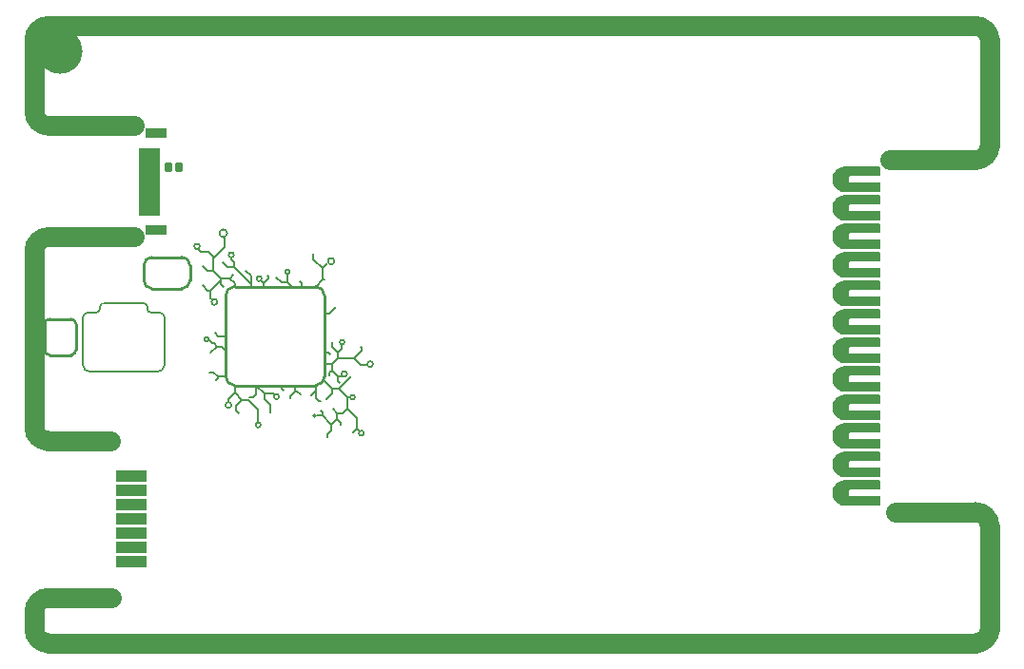
<source format=gts>
G04*
G04 #@! TF.GenerationSoftware,Altium Limited,Altium Designer,26.2.0 (7)*
G04*
G04 Layer_Color=8388736*
%FSLAX44Y44*%
%MOMM*%
G71*
G04*
G04 #@! TF.SameCoordinates,5073EF85-569D-4715-B1C4-D54BA00D27BC*
G04*
G04*
G04 #@! TF.FilePolarity,Negative*
G04*
G01*
G75*
%ADD11C,0.2540*%
%ADD21C,0.1600*%
%ADD22C,1.7600*%
%ADD23R,1.9032X0.9032*%
%ADD24R,1.9032X0.5032*%
%ADD25R,2.7032X1.0032*%
G04:AMPARAMS|DCode=26|XSize=0.7432mm|YSize=0.8032mm|CornerRadius=0.1691mm|HoleSize=0mm|Usage=FLASHONLY|Rotation=0.000|XOffset=0mm|YOffset=0mm|HoleType=Round|Shape=RoundedRectangle|*
%AMROUNDEDRECTD26*
21,1,0.7432,0.4650,0,0,0.0*
21,1,0.4050,0.8032,0,0,0.0*
1,1,0.3382,0.2025,-0.2325*
1,1,0.3382,-0.2025,-0.2325*
1,1,0.3382,-0.2025,0.2325*
1,1,0.3382,0.2025,0.2325*
%
%ADD26ROUNDEDRECTD26*%
%ADD27C,1.2032*%
%ADD28C,4.0000*%
G36*
X753025Y146343D02*
X753739Y145629D01*
X754126Y144695D01*
Y144190D01*
Y138602D01*
X728980D01*
X728336Y138539D01*
X727145Y138046D01*
X726235Y137135D01*
X725741Y135944D01*
X725678Y135300D01*
X725741Y134656D01*
X726235Y133465D01*
X727145Y132554D01*
X728336Y132061D01*
X728980Y131998D01*
X754126D01*
Y126410D01*
Y125905D01*
X753739Y124971D01*
X753025Y124257D01*
X752091Y123870D01*
X751586D01*
Y123870D01*
X722630Y123870D01*
X721504D01*
X719296Y124309D01*
X717216Y125171D01*
X715344Y126422D01*
X713752Y128014D01*
X712501Y129886D01*
X711639Y131966D01*
X711200Y134174D01*
Y135300D01*
Y136426D01*
X711639Y138634D01*
X712501Y140714D01*
X713752Y142586D01*
X715344Y144178D01*
X717216Y145429D01*
X719296Y146291D01*
X721504Y146730D01*
X752091D01*
X753025Y146343D01*
D02*
G37*
G36*
Y171743D02*
X753739Y171029D01*
X754126Y170095D01*
Y169590D01*
Y164002D01*
X728980Y164002D01*
X728336Y163939D01*
X727145Y163445D01*
X726235Y162534D01*
X725741Y161344D01*
X725678Y160700D01*
X725741Y160056D01*
X726235Y158865D01*
X727145Y157954D01*
X728336Y157461D01*
X728980Y157398D01*
Y157398D01*
X754126Y157398D01*
Y151810D01*
Y151305D01*
X753739Y150371D01*
X753025Y149657D01*
X752091Y149270D01*
X751586D01*
Y149270D01*
X722630Y149270D01*
X721504D01*
X719296Y149709D01*
X717216Y150571D01*
X715344Y151822D01*
X713752Y153414D01*
X712501Y155286D01*
X711639Y157366D01*
X711200Y159574D01*
Y160700D01*
Y161826D01*
X711639Y164034D01*
X712501Y166114D01*
X713752Y167986D01*
X715344Y169578D01*
X717216Y170829D01*
X719296Y171691D01*
X721504Y172130D01*
X752091D01*
X753025Y171743D01*
D02*
G37*
G36*
Y197143D02*
X753739Y196429D01*
X754126Y195495D01*
Y194990D01*
Y194990D01*
Y189402D01*
X728980D01*
X728336Y189338D01*
X727145Y188846D01*
X726235Y187934D01*
X725741Y186744D01*
X725678Y186100D01*
X725741Y185456D01*
X726235Y184265D01*
X727145Y183354D01*
X728336Y182861D01*
X728980Y182798D01*
X754126D01*
Y177210D01*
Y176705D01*
X753739Y175771D01*
X753025Y175057D01*
X752091Y174670D01*
X721504D01*
X719296Y175109D01*
X717216Y175971D01*
X715344Y177222D01*
X713752Y178814D01*
X712501Y180686D01*
X711639Y182766D01*
X711200Y184974D01*
Y186100D01*
Y187226D01*
X711639Y189434D01*
X712501Y191514D01*
X713752Y193386D01*
X715344Y194978D01*
X717216Y196229D01*
X719296Y197091D01*
X721504Y197530D01*
X722630D01*
X751586Y197530D01*
X752091D01*
X753025Y197143D01*
D02*
G37*
G36*
X751586Y222930D02*
X752091D01*
X753025Y222543D01*
X753739Y221829D01*
X754126Y220895D01*
Y220390D01*
Y214802D01*
X728980D01*
X728336Y214739D01*
X727145Y214245D01*
X726235Y213335D01*
X725741Y212144D01*
X725678Y211500D01*
X725741Y210856D01*
X726235Y209666D01*
X727145Y208754D01*
X728336Y208261D01*
X728980Y208198D01*
X754126Y208198D01*
X754126Y202610D01*
Y202105D01*
X753739Y201171D01*
X753025Y200457D01*
X752091Y200070D01*
X751586D01*
Y200070D01*
X721504D01*
X719296Y200509D01*
X717216Y201371D01*
X715344Y202622D01*
X713752Y204214D01*
X712501Y206086D01*
X711639Y208166D01*
X711200Y210374D01*
Y211500D01*
Y212626D01*
X711639Y214834D01*
X712501Y216914D01*
X713752Y218786D01*
X715344Y220378D01*
X717216Y221629D01*
X719296Y222491D01*
X721504Y222930D01*
X722630D01*
X751586Y222930D01*
D02*
G37*
G36*
X753025Y247943D02*
X753739Y247229D01*
X754126Y246295D01*
Y245790D01*
X754126D01*
X754126Y240202D01*
X728980D01*
X728336Y240138D01*
X727145Y239646D01*
X726235Y238734D01*
X725741Y237544D01*
X725678Y236900D01*
X725741Y236256D01*
X726235Y235065D01*
X727145Y234154D01*
X728336Y233661D01*
X728980Y233598D01*
X754126D01*
Y228010D01*
Y227505D01*
X753739Y226571D01*
X753025Y225857D01*
X752091Y225470D01*
X751586D01*
Y225470D01*
X721504D01*
X719296Y225909D01*
X717216Y226771D01*
X715344Y228022D01*
X713752Y229614D01*
X712501Y231486D01*
X711639Y233566D01*
X711200Y235774D01*
Y236900D01*
Y238026D01*
X711639Y240234D01*
X712501Y242314D01*
X713752Y244186D01*
X715344Y245778D01*
X717216Y247029D01*
X719296Y247891D01*
X721504Y248330D01*
X752091D01*
X753025Y247943D01*
D02*
G37*
G36*
Y273343D02*
X753739Y272629D01*
X754126Y271695D01*
Y271190D01*
Y265602D01*
X728980Y265602D01*
X728336Y265539D01*
X727145Y265046D01*
X726235Y264135D01*
X725741Y262944D01*
X725678Y262300D01*
X725741Y261656D01*
X726235Y260466D01*
X727145Y259555D01*
X728336Y259061D01*
X728980Y258998D01*
Y258998D01*
X754126D01*
Y253410D01*
Y252905D01*
X753739Y251971D01*
X753025Y251257D01*
X752091Y250870D01*
X721504D01*
X719296Y251309D01*
X717216Y252171D01*
X715344Y253422D01*
X713752Y255014D01*
X712501Y256886D01*
X711639Y258966D01*
X711200Y261174D01*
Y262300D01*
Y263426D01*
X711639Y265634D01*
X712501Y267714D01*
X713752Y269586D01*
X715344Y271178D01*
X717216Y272429D01*
X719296Y273291D01*
X721504Y273730D01*
X752091D01*
X753025Y273343D01*
D02*
G37*
G36*
Y298743D02*
X753739Y298029D01*
X754126Y297095D01*
Y296590D01*
Y291002D01*
X728980D01*
X728336Y290938D01*
X727145Y290445D01*
X726235Y289534D01*
X725741Y288344D01*
X725678Y287700D01*
X725741Y287056D01*
X726235Y285865D01*
X727145Y284954D01*
X728336Y284461D01*
X728980Y284398D01*
Y284398D01*
X754126Y284398D01*
Y278810D01*
Y278305D01*
X753739Y277371D01*
X753025Y276657D01*
X752091Y276270D01*
X721504D01*
X719296Y276709D01*
X717216Y277571D01*
X715344Y278822D01*
X713752Y280414D01*
X712501Y282286D01*
X711639Y284366D01*
X711200Y286574D01*
Y287700D01*
Y288826D01*
X711639Y291034D01*
X712501Y293114D01*
X713752Y294986D01*
X715344Y296578D01*
X717216Y297829D01*
X719296Y298691D01*
X721504Y299130D01*
X752091D01*
X753025Y298743D01*
D02*
G37*
G36*
X753025Y324143D02*
X753739Y323429D01*
X754126Y322495D01*
Y321990D01*
X754126D01*
Y316402D01*
X728980D01*
X728336Y316339D01*
X727145Y315846D01*
X726235Y314935D01*
X725741Y313744D01*
X725678Y313100D01*
X725741Y312456D01*
X726235Y311266D01*
X727145Y310354D01*
X728336Y309861D01*
X728980Y309798D01*
X754126D01*
Y304210D01*
Y303705D01*
X753739Y302771D01*
X753025Y302057D01*
X752091Y301670D01*
X721504D01*
X719296Y302109D01*
X717216Y302971D01*
X715344Y304222D01*
X713752Y305814D01*
X712501Y307686D01*
X711639Y309766D01*
X711200Y311974D01*
Y313100D01*
Y314226D01*
X711639Y316434D01*
X712501Y318514D01*
X713752Y320386D01*
X715344Y321978D01*
X717216Y323229D01*
X719296Y324091D01*
X721504Y324530D01*
X752091D01*
X753025Y324143D01*
D02*
G37*
G36*
X753025Y349543D02*
X753739Y348829D01*
X754126Y347895D01*
Y347390D01*
Y341802D01*
X728980D01*
X728336Y341739D01*
X727145Y341245D01*
X726235Y340335D01*
X725741Y339144D01*
X725678Y338500D01*
X725741Y337856D01*
X726235Y336665D01*
X727145Y335754D01*
X728336Y335261D01*
X728980Y335198D01*
X754126D01*
Y329610D01*
Y329105D01*
X753739Y328171D01*
X753025Y327457D01*
X752091Y327070D01*
X751586D01*
Y327070D01*
X721504D01*
X719296Y327509D01*
X717216Y328371D01*
X715344Y329622D01*
X713752Y331214D01*
X712501Y333086D01*
X711639Y335166D01*
X711200Y337374D01*
Y338500D01*
Y339626D01*
X711639Y341834D01*
X712501Y343914D01*
X713752Y345786D01*
X715344Y347378D01*
X717216Y348629D01*
X719296Y349491D01*
X721504Y349930D01*
X752091D01*
X753025Y349543D01*
D02*
G37*
G36*
Y374943D02*
X753739Y374229D01*
X754126Y373295D01*
Y372790D01*
Y367202D01*
X728980D01*
X728336Y367138D01*
X727145Y366646D01*
X726235Y365734D01*
X725741Y364544D01*
X725678Y363900D01*
X725741Y363256D01*
X726235Y362066D01*
X727145Y361154D01*
X728336Y360661D01*
X728980Y360598D01*
X754126D01*
Y355010D01*
Y354505D01*
X753739Y353571D01*
X753025Y352857D01*
X752091Y352470D01*
X751586D01*
Y352470D01*
X722630Y352470D01*
X721504D01*
X719296Y352909D01*
X717216Y353771D01*
X715344Y355022D01*
X713752Y356614D01*
X712501Y358486D01*
X711639Y360566D01*
X711200Y362774D01*
Y363900D01*
Y365026D01*
X711639Y367234D01*
X712501Y369314D01*
X713752Y371186D01*
X715344Y372778D01*
X717216Y374029D01*
X719296Y374891D01*
X721504Y375330D01*
X752091D01*
X753025Y374943D01*
D02*
G37*
G36*
Y400343D02*
X753739Y399629D01*
X754126Y398695D01*
Y398190D01*
Y392602D01*
X728980Y392602D01*
X728336Y392538D01*
X727145Y392046D01*
X726235Y391134D01*
X725741Y389944D01*
X725678Y389300D01*
X725741Y388656D01*
X726235Y387465D01*
X727145Y386554D01*
X728336Y386061D01*
X728980Y385998D01*
Y385998D01*
X754126Y385998D01*
Y380410D01*
Y379905D01*
X753739Y378971D01*
X753025Y378257D01*
X752091Y377870D01*
X751586D01*
Y377870D01*
X722630Y377870D01*
X721504D01*
X719296Y378309D01*
X717216Y379171D01*
X715344Y380422D01*
X713752Y382014D01*
X712501Y383886D01*
X711639Y385966D01*
X711200Y388174D01*
Y389300D01*
Y390426D01*
X711639Y392634D01*
X712501Y394714D01*
X713752Y396586D01*
X715344Y398178D01*
X717216Y399429D01*
X719296Y400291D01*
X721504Y400730D01*
X752091D01*
X753025Y400343D01*
D02*
G37*
G36*
Y425743D02*
X753739Y425029D01*
X754126Y424095D01*
Y423590D01*
Y423590D01*
X754126Y418002D01*
X728980Y418002D01*
X728336Y417938D01*
X727145Y417445D01*
X726235Y416535D01*
X725741Y415344D01*
X725678Y414700D01*
X725741Y414056D01*
X726235Y412865D01*
X727145Y411954D01*
X728336Y411461D01*
X728980Y411398D01*
Y411398D01*
X754126Y411398D01*
Y405810D01*
Y405305D01*
X753739Y404371D01*
X753025Y403657D01*
X752091Y403270D01*
X721504D01*
X719296Y403709D01*
X717216Y404571D01*
X715344Y405822D01*
X713752Y407414D01*
X712501Y409286D01*
X711639Y411366D01*
X711200Y413574D01*
Y414700D01*
Y415826D01*
X711639Y418034D01*
X712501Y420114D01*
X713752Y421986D01*
X715344Y423578D01*
X717216Y424829D01*
X719296Y425691D01*
X721504Y426130D01*
X722630D01*
X751586Y426130D01*
X752091D01*
X753025Y425743D01*
D02*
G37*
D11*
X259510Y311000D02*
G03*
X251510Y319000I-8000J0D01*
G01*
Y231000D02*
G03*
X259510Y239000I0J8000D01*
G01*
X179510Y319000D02*
G03*
X171510Y311000I0J-8000D01*
G01*
Y239000D02*
G03*
X179510Y231000I8000J0D01*
G01*
X38354Y285568D02*
G03*
X33854Y290068I-4500J0D01*
G01*
Y258064D02*
G03*
X38354Y262564I0J4500D01*
G01*
X14914Y290068D02*
G03*
X10414Y285568I0J-4500D01*
G01*
Y262564D02*
G03*
X14914Y258064I4500J0D01*
G01*
X139700Y338186D02*
G03*
X132700Y345186I-7000J0D01*
G01*
Y317246D02*
G03*
X139700Y324246I0J7000D01*
G01*
X105806Y345186D02*
G03*
X98806Y338186I0J-7000D01*
G01*
Y324246D02*
G03*
X105806Y317246I7000J0D01*
G01*
X179510Y231000D02*
X251510D01*
X179510Y319000D02*
X251510D01*
X259510Y239000D02*
Y311000D01*
X171510Y239000D02*
Y311000D01*
X14914Y258064D02*
X33854D01*
X14914Y290068D02*
X33854D01*
X38354Y262564D02*
Y285568D01*
X10414Y262564D02*
Y285568D01*
X105806Y317246D02*
X132700D01*
X105806Y345186D02*
X132700D01*
X139700Y324246D02*
Y338186D01*
X98806Y324246D02*
Y338186D01*
D21*
X156480Y272034D02*
G03*
X156480Y272034I-2048J0D01*
G01*
X176580Y213360D02*
G03*
X176580Y213360I-2590J0D01*
G01*
X228616Y332232D02*
G03*
X228616Y332232I-2048J0D01*
G01*
X268174Y341630D02*
G03*
X268174Y341630I-2896J0D01*
G01*
X203440Y326136D02*
G03*
X203440Y326136I-2272J0D01*
G01*
X178830Y347218D02*
G03*
X178830Y347218I-2300J0D01*
G01*
X164159Y305308D02*
G03*
X164159Y305308I-2615J0D01*
G01*
X148460Y354838D02*
G03*
X148460Y354838I-2410J0D01*
G01*
X172807Y366522D02*
G03*
X172807Y366522I-3389J0D01*
G01*
X219058Y220980D02*
G03*
X219058Y220980I-2396J0D01*
G01*
X294640Y188468D02*
G03*
X294640Y188468I-2286J0D01*
G01*
X286528Y220472D02*
G03*
X286528Y220472I-2048J0D01*
G01*
X302514Y249936D02*
G03*
X302514Y249936I-2540J0D01*
G01*
X277066Y269494D02*
G03*
X277066Y269494I-1984J0D01*
G01*
X279510Y241300D02*
G03*
X279510Y241300I-2396J0D01*
G01*
X252222Y203962D02*
G03*
X252222Y203962I-1270J0D01*
G01*
X202748Y195834D02*
G03*
X202748Y195834I-2342J0D01*
G01*
X49018Y295910D02*
G03*
X44446Y291338I0J-4572D01*
G01*
X101854Y300736D02*
G03*
X98044Y304546I-3810J0D01*
G01*
X44446Y249428D02*
G03*
X50796Y243078I6350J0D01*
G01*
X110744D02*
G03*
X117094Y249428I0J6350D01*
G01*
Y291338D02*
G03*
X112522Y295910I-4572J0D01*
G01*
X63496Y304546D02*
G03*
X59686Y300736I0J-3810D01*
G01*
X101854Y299212D02*
G03*
X105156Y295910I3302J0D01*
G01*
X56384D02*
G03*
X59686Y299212I0J3302D01*
G01*
X202946Y324612D02*
X204597Y322961D01*
X261426Y338896D02*
X262382Y339852D01*
X273812Y195580D02*
Y197612D01*
X270510Y200914D02*
X273812Y197612D01*
X265684Y196088D02*
X270510Y200914D01*
Y206248D01*
X266700Y210058D02*
X270510Y206248D01*
X275844D01*
X279908Y210312D01*
X262128Y184658D02*
Y187452D01*
X265684Y191008D01*
Y196088D01*
X255778Y208788D02*
X257810Y206756D01*
Y203962D02*
Y206756D01*
X67306Y304546D02*
X94234D01*
X105156Y295910D02*
X112522D01*
X63496Y304546D02*
X67306D01*
X101854Y299212D02*
Y300736D01*
X59686Y299212D02*
Y300736D01*
X94234Y304546D02*
X98044D01*
X49018Y295910D02*
X56384D01*
X44446Y249428D02*
Y291338D01*
X50796Y243078D02*
X110744D01*
X117094Y249428D02*
Y291338D01*
X149352Y349758D02*
X156210D01*
X170434Y353822D02*
Y361950D01*
X160528Y333248D02*
Y343916D01*
X200406Y198374D02*
Y209296D01*
X160528Y333248D02*
X167386Y326390D01*
X156718Y242824D02*
X160782D01*
X209296Y326136D02*
Y328168D01*
X172720Y336804D02*
X178816D01*
X174752Y326390D02*
X175514D01*
X168148Y265684D02*
X170688Y263144D01*
X228600Y219456D02*
Y220980D01*
X164606Y239000D02*
X171510D01*
X179510Y224350D02*
X186182Y217678D01*
X221488Y227838D02*
Y230124D01*
X271018Y235204D02*
X273304Y232918D01*
X262890Y260096D02*
X264668Y258318D01*
X279908Y220472D02*
X282194D01*
X266192Y224028D02*
Y227838D01*
X160528Y343916D02*
X170434Y353822D01*
X176530Y343154D02*
X178816Y340868D01*
X161798Y278130D02*
X164928Y275000D01*
X216662Y327152D02*
X221234Y322580D01*
X170688Y263144D02*
X171450D01*
X181102Y212598D02*
X186182Y217678D01*
X285242Y189484D02*
X288290Y192532D01*
X204978Y321818D02*
Y322326D01*
X228600Y220980D02*
X233172Y225552D01*
X257810Y203962D02*
X265684Y196088D01*
X179510Y319000D02*
Y321632D01*
X279908Y210312D02*
X288290Y201930D01*
X271018Y235204D02*
Y239268D01*
X263652Y242062D02*
X265938Y244348D01*
X292608Y261874D02*
Y264414D01*
X147320Y351790D02*
Y352806D01*
X158242Y308610D02*
Y315214D01*
X155702D02*
X158242D01*
X164928Y275000D02*
X171510D01*
X204978Y321818D02*
X209296Y326136D01*
X204597Y322961D02*
X204978Y322580D01*
X178816Y336804D02*
X194310Y321310D01*
X257810Y335280D02*
X262382Y339852D01*
X239014Y319024D02*
Y321818D01*
X257810Y325300D02*
X259768D01*
X261112Y218948D02*
X266192Y224028D01*
X251510Y319000D02*
X257810Y325300D01*
X279908Y210312D02*
Y220472D01*
X271018Y239268D02*
X275082D01*
X266192Y227838D02*
X272542D01*
X263906Y294640D02*
X269748Y300482D01*
X271272Y260096D02*
X275082Y263906D01*
X291338Y265684D02*
X292608Y264414D01*
X156210Y349758D02*
X160528Y345440D01*
X159258Y268478D02*
X161290D01*
X154940Y333248D02*
X160528D01*
X208280Y329184D02*
X209296Y328168D01*
X181102Y208280D02*
Y212598D01*
X211074Y207264D02*
Y213614D01*
X178816Y336804D02*
Y340868D01*
X175514Y326390D02*
X178562Y329438D01*
X160782Y242824D02*
X164606Y239000D01*
X205994Y218694D02*
X211074Y213614D01*
X254762Y216662D02*
X256032D01*
X252966Y203962D02*
X257810D01*
X204978Y322326D02*
Y322580D01*
X205994Y223774D02*
X213868D01*
X233172Y225552D02*
X235204D01*
X257810Y325300D02*
Y335280D01*
X198768Y231000D02*
X205994Y223774D01*
X247396Y222504D02*
X251510Y226618D01*
X258572Y235458D02*
X266192Y227838D01*
X263652Y239522D02*
Y242062D01*
X272542Y227838D02*
X283464Y238760D01*
X266446Y264922D02*
Y269240D01*
X259588Y249682D02*
X265938D01*
X271272Y255016D02*
Y260096D01*
X285750Y255016D02*
X292608Y261874D01*
X285750Y255016D02*
X291592Y249174D01*
X275082Y263906D02*
Y267462D01*
X271272Y255016D02*
X285750D01*
X158242Y308610D02*
X159639Y307213D01*
X167386Y321310D02*
X169672Y319024D01*
X163068Y235458D02*
X164606Y236996D01*
X288290Y192532D02*
X290322Y190500D01*
X174752Y326390D02*
X179510Y321632D01*
X173990Y218830D02*
X179510Y224350D01*
X194310Y319024D02*
Y321310D01*
X179510Y231000D02*
X198768D01*
Y223152D02*
Y231000D01*
X251510Y219914D02*
Y226618D01*
X266446Y264922D02*
X271272Y260096D01*
X291592Y249174D02*
X297180D01*
X147320Y351790D02*
X149352Y349758D01*
X176530Y343154D02*
Y343916D01*
X158242Y259842D02*
X164084Y265684D01*
X181102Y208280D02*
X183642Y205740D01*
X167386Y324358D02*
Y326390D01*
X192024Y217678D02*
X200406Y209296D01*
X249682Y343408D02*
Y348488D01*
X213868Y223774D02*
X214630Y223012D01*
X235204Y225552D02*
X237998Y222758D01*
X196342Y220726D02*
X198768Y223152D01*
X226822Y322580D02*
X230378Y319024D01*
X179510Y224350D02*
Y231000D01*
X251510Y226618D02*
Y231000D01*
X272542Y227838D02*
X279908Y220472D01*
X265938Y244348D02*
X271018Y239268D01*
X265938Y249682D02*
X271272Y255016D01*
X150876Y320040D02*
X155702Y315214D01*
X160528Y343916D02*
Y345440D01*
X167386Y321310D02*
Y324358D01*
X161290Y268478D02*
X164084Y265684D01*
X189484Y333248D02*
X194310Y328422D01*
X173990Y216154D02*
Y218830D01*
X192532Y220726D02*
X196342D01*
X194310Y321310D02*
Y328422D01*
X249682Y343408D02*
X257810Y335280D01*
X205994Y218694D02*
Y223774D01*
X221488Y227838D02*
X222758Y226568D01*
X251510Y219914D02*
X254762Y216662D01*
X233172Y225552D02*
Y231140D01*
X259334Y260096D02*
X262890D01*
X265938Y244348D02*
Y249682D01*
X169545Y362839D02*
X170434Y361950D01*
X156718Y271018D02*
X159258Y268478D01*
X151130Y337058D02*
X154940Y333248D01*
X158242Y315214D02*
X167386Y324358D01*
X169164Y340360D02*
X172720Y336804D01*
X164084Y265684D02*
X168148D01*
X167386Y326390D02*
X174752D01*
X164606Y236996D02*
Y239000D01*
X186182Y217678D02*
X192024D01*
X226822Y322580D02*
Y329438D01*
X221234Y322580D02*
X226822D01*
X237490Y323342D02*
X239014Y321818D01*
X288290Y192532D02*
Y201930D01*
X204978Y319024D02*
Y321818D01*
X259588Y294640D02*
X263906D01*
D22*
X838588Y1270D02*
G03*
X851288Y13970I0J12700D01*
G01*
Y105410D02*
G03*
X838588Y118110I-12700J0D01*
G01*
X838570Y431800D02*
G03*
X851270Y444500I0J12700D01*
G01*
Y538570D02*
G03*
X838570Y551270I-12700J0D01*
G01*
X13970D02*
G03*
X1270Y538570I0J-12700D01*
G01*
Y474980D02*
G03*
X13970Y462280I12700J0D01*
G01*
Y41800D02*
G03*
X1270Y29100I0J-12700D01*
G01*
Y13970D02*
G03*
X13970Y1270I12700J0D01*
G01*
Y363220D02*
G03*
X1270Y350520I0J-12700D01*
G01*
Y193294D02*
G03*
X12700Y181864I11430J0D01*
G01*
X767080Y118110D02*
X838588D01*
X13970Y363220D02*
X90330D01*
X13970Y462280D02*
X89830D01*
X12700Y181864D02*
X69392D01*
X13970Y41800D02*
X69456D01*
X851288Y13970D02*
Y105410D01*
X762000Y431800D02*
X838570D01*
X851270Y444500D02*
Y538570D01*
X13970Y551270D02*
X838570D01*
X1270Y474980D02*
Y538570D01*
Y13970D02*
Y29100D01*
Y193294D02*
Y350520D01*
X13970Y1270D02*
X838588D01*
D23*
X109610Y455700D02*
D03*
Y369300D02*
D03*
D24*
X104110Y385000D02*
D03*
Y390000D02*
D03*
X104110Y395000D02*
D03*
Y400000D02*
D03*
Y405000D02*
D03*
X104110Y410000D02*
D03*
Y415000D02*
D03*
X104110Y420000D02*
D03*
Y425000D02*
D03*
Y430000D02*
D03*
X104110Y435000D02*
D03*
Y440000D02*
D03*
D25*
X87490Y137200D02*
D03*
Y149900D02*
D03*
Y124500D02*
D03*
Y111800D02*
D03*
Y99100D02*
D03*
Y86400D02*
D03*
Y73700D02*
D03*
D26*
X129544Y424942D02*
D03*
X120904D02*
D03*
D27*
X717804Y135300D02*
D03*
Y414700D02*
D03*
Y186100D02*
D03*
Y160700D02*
D03*
Y236900D02*
D03*
Y211500D02*
D03*
Y389300D02*
D03*
Y363900D02*
D03*
Y338500D02*
D03*
Y313100D02*
D03*
Y287700D02*
D03*
Y262300D02*
D03*
D28*
X23970Y528570D02*
D03*
M02*

</source>
